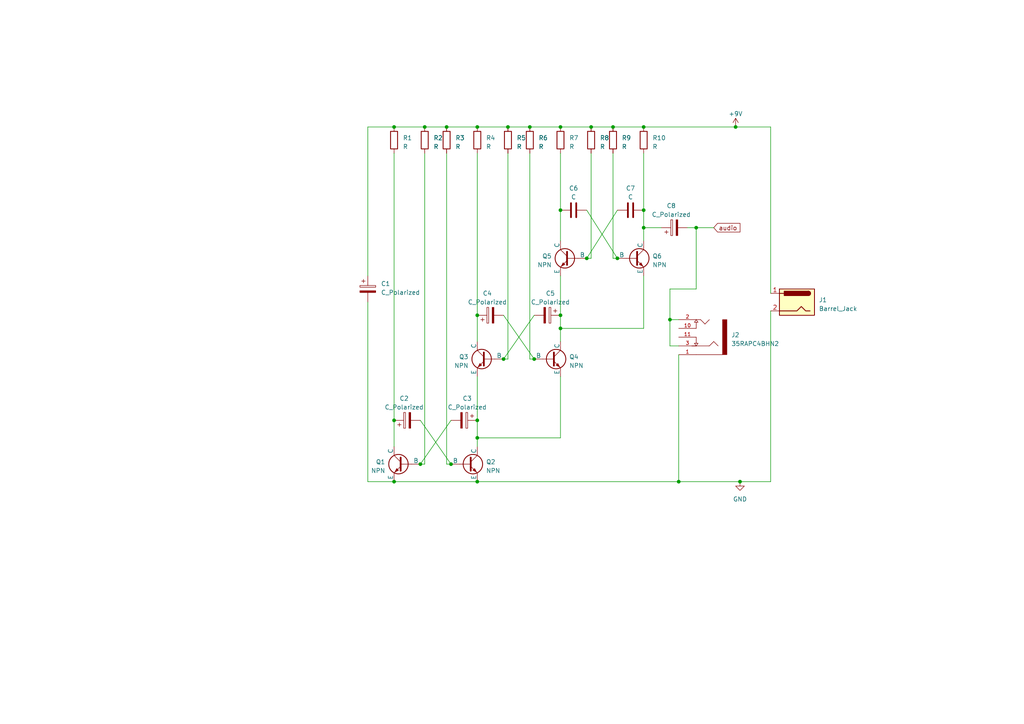
<source format=kicad_sch>
(kicad_sch (version 20230121) (generator eeschema)
  (paper "A4")
  (lib_symbols
    (symbol "35RAPC4BHN2:35RAPC4BHN2" (pin_names (offset 1.016))
      (property "Reference" "J" (at -5.0998 5.6097 0))
      (property "Value" "35RAPC4BHN2" (at -5.0995 -7.6493 0))
      (symbol "35RAPC4BHN2_0_0"
        (rectangle (start -6.3848 -5.1078) (end -5.08 5.08) (stroke (width 0.1)) (fill (type outline)))
        (polyline (pts (xy -2.54 1.27) (xy -3.81 2.54)) (stroke (width 0.1524)))
        (polyline (pts (xy -1.27 -5.08) (xy 0 -3.81)) (stroke (width 0.1524)))
        (polyline (pts (xy -1.27 2.54) (xy -2.54 1.27)) (stroke (width 0.1524)))
        (polyline (pts (xy 0 -3.81) (xy 1.27 -5.08)) (stroke (width 0.1524)))
        (polyline (pts (xy 1.27 -5.08) (xy 2.54 -5.08)) (stroke (width 0.1524)))
        (polyline (pts (xy 2.032 -4.318) (xy 2.54 -5.08)) (stroke (width 0.1524)))
        (polyline (pts (xy 2.032 1.778) (xy 2.54 1.778)) (stroke (width 0.1524)))
        (polyline (pts (xy 2.54 -5.08) (xy 3.048 -4.318)) (stroke (width 0.1524)))
        (polyline (pts (xy 2.54 -4.318) (xy 2.032 -4.318)) (stroke (width 0.1524)))
        (polyline (pts (xy 2.54 -4.318) (xy 2.54 -2.54)) (stroke (width 0.1524)))
        (polyline (pts (xy 2.54 1.778) (xy 2.54 0)) (stroke (width 0.1524)))
        (polyline (pts (xy 2.54 1.778) (xy 3.048 1.778)) (stroke (width 0.1524)))
        (polyline (pts (xy 2.54 2.54) (xy -1.27 2.54)) (stroke (width 0.1524)))
        (polyline (pts (xy 2.54 2.54) (xy 2.032 1.778)) (stroke (width 0.1524)))
        (polyline (pts (xy 2.54 5.08) (xy -5.08 5.08)) (stroke (width 0.1524)))
        (polyline (pts (xy 3.048 -4.318) (xy 2.54 -4.318)) (stroke (width 0.1524)))
        (polyline (pts (xy 3.048 1.778) (xy 2.54 2.54)) (stroke (width 0.1524)))
        (polyline (pts (xy 3.81 2.54) (xy 2.54 2.54)) (stroke (width 0.1524)))
        (pin passive line (at 7.62 5.08 180) (length 5.08) (name "~") (number "1"))
        (pin passive line (at 7.62 -2.54 180) (length 5.08) (name "~") (number "10"))
        (pin passive line (at 7.62 0 180) (length 5.08) (name "~") (number "11"))
        (pin passive line (at 7.62 -5.08 180) (length 5.08) (name "~") (number "2"))
        (pin passive line (at 7.62 2.54 180) (length 5.08) (name "~") (number "3"))
      )
    )
    (symbol "Connector:Barrel_Jack" (pin_names (offset 1.016))
      (property "Reference" "J" (at 0 5.334 0))
      (property "Value" "Barrel_Jack" (at 0 -5.08 0))
      (symbol "Barrel_Jack_0_1"
        (rectangle (start -5.08 3.81) (end 5.08 -3.81) (stroke (width 0.254)) (fill (type background)))
        (arc (start -3.302 3.175) (mid -3.9343 2.54) (end -3.302 1.905) (stroke (width 0.254)))
        (arc (start -3.302 3.175) (mid -3.9343 2.54) (end -3.302 1.905) (stroke (width 0.254)) (fill (type outline)))
        (polyline (pts (xy 5.08 2.54) (xy 3.81 2.54)) (stroke (width 0.254)))
        (polyline (pts (xy -3.81 -2.54) (xy -2.54 -2.54) (xy -1.27 -1.27) (xy 0 -2.54) (xy 2.54 -2.54) (xy 5.08 -2.54)) (stroke (width 0.254)))
        (rectangle (start 3.683 3.175) (end -3.302 1.905) (stroke (width 0.254)) (fill (type outline)))
      )
      (symbol "Barrel_Jack_1_1"
        (pin passive line (at 7.62 2.54 180) (length 2.54) (name "~") (number "1"))
        (pin passive line (at 7.62 -2.54 180) (length 2.54) (name "~") (number "2"))
      )
    )
    (symbol "Device:C" (pin_numbers hide) (pin_names (offset 0.254))
      (property "Reference" "C" (at 0.635 2.54 0))
      (property "Value" "C" (at 0.635 -2.54 0))
      (symbol "C_0_1"
        (polyline (pts (xy -2.032 -0.762) (xy 2.032 -0.762)) (stroke (width 0.508)))
        (polyline (pts (xy -2.032 0.762) (xy 2.032 0.762)) (stroke (width 0.508)))
      )
      (symbol "C_1_1"
        (pin passive line (at 0 3.81 270) (length 2.794) (name "~") (number "1"))
        (pin passive line (at 0 -3.81 90) (length 2.794) (name "~") (number "2"))
      )
    )
    (symbol "Device:C_Polarized" (pin_numbers hide) (pin_names (offset 0.254))
      (property "Reference" "C" (at 0.635 2.54 0))
      (property "Value" "C_Polarized" (at 0.635 -2.54 0))
      (symbol "C_Polarized_0_1"
        (rectangle (start -2.286 0.508) (end 2.286 1.016))
        (polyline (pts (xy -1.778 2.286) (xy -0.762 2.286)))
        (polyline (pts (xy -1.27 2.794) (xy -1.27 1.778)))
        (rectangle (start 2.286 -0.508) (end -2.286 -1.016) (fill (type outline)))
      )
      (symbol "C_Polarized_1_1"
        (pin passive line (at 0 3.81 270) (length 2.794) (name "~") (number "1"))
        (pin passive line (at 0 -3.81 90) (length 2.794) (name "~") (number "2"))
      )
    )
    (symbol "Device:R" (pin_numbers hide) (pin_names (offset 0))
      (property "Reference" "R" (at 2.032 0 90))
      (property "Value" "R" (at 0 0 90))
      (symbol "R_0_1"
        (rectangle (start -1.016 -2.54) (end 1.016 2.54) (stroke (width 0.254)))
      )
      (symbol "R_1_1"
        (pin passive line (at 0 3.81 270) (length 1.27) (name "~") (number "1"))
        (pin passive line (at 0 -3.81 90) (length 1.27) (name "~") (number "2"))
      )
    )
    (symbol "Simulation_SPICE:NPN" (pin_numbers hide) (pin_names (offset 0))
      (property "Reference" "Q" (at -2.54 7.62 0))
      (property "Value" "NPN" (at -2.54 5.08 0))
      (symbol "NPN_0_1"
        (polyline (pts (xy -2.54 0) (xy 0.635 0)) (stroke (width 0.1524)))
        (polyline (pts (xy 0.635 0.635) (xy 2.54 2.54)))
        (polyline (pts (xy 2.794 -1.27) (xy 2.794 -1.27)) (stroke (width 0.1524)))
        (polyline (pts (xy 2.794 -1.27) (xy 2.794 -1.27)) (stroke (width 0.1524)))
        (polyline (pts (xy 0.635 -0.635) (xy 2.54 -2.54) (xy 2.54 -2.54)))
        (polyline (pts (xy 0.635 1.905) (xy 0.635 -1.905) (xy 0.635 -1.905)) (stroke (width 0.508)))
        (polyline (pts (xy 1.27 -1.778) (xy 1.778 -1.27) (xy 2.286 -2.286) (xy 1.27 -1.778) (xy 1.27 -1.778)) (fill (type outline)))
        (circle (center 1.27 0) (radius 2.8194) (stroke (width 0.254)))
      )
      (symbol "NPN_1_1"
        (pin open_collector line (at 2.54 5.08 270) (length 2.54) (name "C") (number "1"))
        (pin input line (at -5.08 0 0) (length 2.54) (name "B") (number "2"))
        (pin open_emitter line (at 2.54 -5.08 90) (length 2.54) (name "E") (number "3"))
      )
    )
    (symbol "power:+9V" (power) (pin_names (offset 0))
      (property "Value" "+9V" (at 0 3.556 0))
      (symbol "+9V_0_1"
        (polyline (pts (xy -0.762 1.27) (xy 0 2.54)))
        (polyline (pts (xy 0 0) (xy 0 2.54)))
        (polyline (pts (xy 0 2.54) (xy 0.762 1.27)))
      )
      (symbol "+9V_1_1"
        (pin power_in line (at 0 0 90) (length 0) hide (name "+9V") (number "1"))
      )
    )
    (symbol "power:GND" (power) (pin_names (offset 0))
      (property "Value" "GND" (at 0 -3.81 0))
      (symbol "GND_0_1"
        (polyline (pts (xy 0 0) (xy 0 -1.27) (xy 1.27 -1.27) (xy 0 -2.54) (xy -1.27 -1.27) (xy 0 -1.27)))
      )
      (symbol "GND_1_1"
        (pin power_in line (at 0 0 270) (length 0) hide (name "GND") (number "1"))
      )
    )
  )
  (junction (at 213.36 36.83))
  (junction (at 114.3 36.83))
  (junction (at 154.94 104.14))
  (junction (at 162.56 36.83))
  (junction (at 138.43 36.83))
  (junction (at 138.43 139.7))
  (junction (at 186.69 36.83))
  (junction (at 138.43 127))
  (junction (at 121.92 134.62))
  (junction (at 129.54 36.83))
  (junction (at 130.81 134.62))
  (junction (at 114.3 139.7))
  (junction (at 162.56 91.44))
  (junction (at 162.56 60.96))
  (junction (at 171.45 36.83))
  (junction (at 201.93 66.04))
  (junction (at 214.63 139.7))
  (junction (at 138.43 91.44))
  (junction (at 147.32 36.83))
  (junction (at 179.07 74.93))
  (junction (at 138.43 121.92))
  (junction (at 146.05 104.14))
  (junction (at 186.69 66.04))
  (junction (at 153.67 36.83))
  (junction (at 114.3 121.92))
  (junction (at 186.69 60.96))
  (junction (at 162.56 95.25))
  (junction (at 170.18 74.93))
  (junction (at 194.31 92.71))
  (junction (at 177.8 36.83))
  (junction (at 123.19 36.83))
  (junction (at 196.85 139.7))
  (wire (pts (xy 138.43 91.44) (xy 138.43 99.06)))
  (wire (pts (xy 146.05 104.14) (xy 147.32 104.14)))
  (wire (pts (xy 138.43 139.7) (xy 196.85 139.7)))
  (wire (pts (xy 194.31 92.71) (xy 194.31 83.82)))
  (wire (pts (xy 138.43 44.45) (xy 138.43 91.44)))
  (wire (pts (xy 129.54 44.45) (xy 129.54 134.62)))
  (wire (pts (xy 194.31 100.33) (xy 194.31 92.71)))
  (wire (pts (xy 162.56 99.06) (xy 162.56 95.25)))
  (wire (pts (xy 186.69 66.04) (xy 186.69 69.85)))
  (wire (pts (xy 114.3 139.7) (xy 106.68 139.7)))
  (wire (pts (xy 153.67 44.45) (xy 153.67 104.14)))
  (wire (pts (xy 138.43 109.22) (xy 138.43 121.92)))
  (wire (pts (xy 154.94 104.14) (xy 153.67 104.14)))
  (wire (pts (xy 138.43 127) (xy 162.56 127)))
  (wire (pts (xy 147.32 36.83) (xy 153.67 36.83)))
  (wire (pts (xy 170.18 74.93) (xy 179.07 60.96)))
  (wire (pts (xy 130.81 134.62) (xy 129.54 134.62)))
  (wire (pts (xy 223.52 36.83) (xy 213.36 36.83)))
  (wire (pts (xy 146.05 91.44) (xy 154.94 104.14)))
  (wire (pts (xy 114.3 36.83) (xy 123.19 36.83)))
  (wire (pts (xy 223.52 90.17) (xy 223.52 139.7)))
  (wire (pts (xy 170.18 74.93) (xy 171.45 74.93)))
  (wire (pts (xy 106.68 139.7) (xy 106.68 87.63)))
  (wire (pts (xy 162.56 80.01) (xy 162.56 91.44)))
  (wire (pts (xy 106.68 36.83) (xy 114.3 36.83)))
  (wire (pts (xy 130.81 134.62) (xy 121.92 121.92)))
  (wire (pts (xy 153.67 36.83) (xy 162.56 36.83)))
  (wire (pts (xy 114.3 121.92) (xy 114.3 129.54)))
  (wire (pts (xy 162.56 44.45) (xy 162.56 60.96)))
  (wire (pts (xy 196.85 92.71) (xy 194.31 92.71)))
  (wire (pts (xy 114.3 44.45) (xy 114.3 121.92)))
  (wire (pts (xy 162.56 91.44) (xy 162.56 95.25)))
  (wire (pts (xy 138.43 127) (xy 138.43 129.54)))
  (wire (pts (xy 186.69 95.25) (xy 186.69 80.01)))
  (wire (pts (xy 162.56 127) (xy 162.56 109.22)))
  (wire (pts (xy 171.45 44.45) (xy 171.45 74.93)))
  (wire (pts (xy 179.07 74.93) (xy 170.18 60.96)))
  (wire (pts (xy 186.69 66.04) (xy 191.77 66.04)))
  (wire (pts (xy 162.56 95.25) (xy 186.69 95.25)))
  (wire (pts (xy 123.19 134.62) (xy 123.19 44.45)))
  (wire (pts (xy 123.19 134.62) (xy 121.92 134.62)))
  (wire (pts (xy 186.69 36.83) (xy 213.36 36.83)))
  (wire (pts (xy 106.68 80.01) (xy 106.68 36.83)))
  (wire (pts (xy 138.43 36.83) (xy 147.32 36.83)))
  (wire (pts (xy 147.32 44.45) (xy 147.32 104.14)))
  (wire (pts (xy 199.39 66.04) (xy 201.93 66.04)))
  (wire (pts (xy 186.69 60.96) (xy 186.69 44.45)))
  (wire (pts (xy 121.92 134.62) (xy 130.81 121.92)))
  (wire (pts (xy 177.8 44.45) (xy 177.8 74.93)))
  (wire (pts (xy 114.3 139.7) (xy 138.43 139.7)))
  (wire (pts (xy 138.43 121.92) (xy 138.43 127)))
  (wire (pts (xy 179.07 74.93) (xy 177.8 74.93)))
  (wire (pts (xy 162.56 36.83) (xy 171.45 36.83)))
  (wire (pts (xy 196.85 102.87) (xy 196.85 139.7)))
  (wire (pts (xy 123.19 36.83) (xy 129.54 36.83)))
  (wire (pts (xy 177.8 36.83) (xy 186.69 36.83)))
  (wire (pts (xy 223.52 85.09) (xy 223.52 36.83)))
  (wire (pts (xy 201.93 66.04) (xy 201.93 83.82)))
  (wire (pts (xy 154.94 91.44) (xy 146.05 104.14)))
  (wire (pts (xy 196.85 100.33) (xy 194.31 100.33)))
  (wire (pts (xy 194.31 83.82) (xy 201.93 83.82)))
  (wire (pts (xy 196.85 139.7) (xy 214.63 139.7)))
  (wire (pts (xy 162.56 69.85) (xy 162.56 60.96)))
  (wire (pts (xy 214.63 139.7) (xy 223.52 139.7)))
  (wire (pts (xy 171.45 36.83) (xy 177.8 36.83)))
  (wire (pts (xy 129.54 36.83) (xy 138.43 36.83)))
  (wire (pts (xy 201.93 66.04) (xy 207.01 66.04)))
  (wire (pts (xy 186.69 60.96) (xy 186.69 66.04)))
  (global_label "audio" (shape input) (at 207.01 66.04 0) (property "Intersheetrefs" "${INTERSHEET_REFS}" (effects hide)))
  (symbol (lib_id "Simulation_SPICE:NPN") (at 116.84 134.62 0) (mirror y) (unit 1)
    (property "Reference" "Q1" (at 111.76 133.985 0) (effects (justify left)))
    (property "Value" "NPN" (at 111.76 136.525 0) (effects (justify left)))
    (property "Footprint" "Package_TO_SOT_THT:TO-92L_HandSolder" (effects hide))
    (property "Sim.Device" "NPN" (effects hide))
    (property "Sim.Type" "GUMMELPOON" (effects hide))
    (property "Sim.Pins" "1=C 2=B 3=E" (effects hide))
  )
  (symbol (lib_id "Device:C_Polarized") (at 106.68 83.82 0) (unit 1)
    (property "Reference" "C1" (at 110.49 82.296 0) (effects (justify left)))
    (property "Value" "C_Polarized" (at 110.49 84.836 0) (effects (justify left)))
    (property "Footprint" "Capacitor_THT:CP_Radial_D4.0mm_P1.50mm" (effects hide))
  )
  (symbol (lib_id "Device:C_Polarized") (at 158.75 91.44 270) (unit 1)
    (property "Reference" "C5" (at 159.639 85.09 90))
    (property "Value" "C_Polarized" (at 159.639 87.63 90))
    (property "Footprint" "Capacitor_THT:CP_Radial_D4.0mm_P1.50mm" (effects hide))
  )
  (symbol (lib_id "Simulation_SPICE:NPN") (at 184.15 74.93 0) (unit 1)
    (property "Reference" "Q6" (at 189.23 74.295 0) (effects (justify left)))
    (property "Value" "NPN" (at 189.23 76.835 0) (effects (justify left)))
    (property "Footprint" "Package_TO_SOT_THT:TO-92L_HandSolder" (effects hide))
    (property "Sim.Device" "NPN" (effects hide))
    (property "Sim.Type" "GUMMELPOON" (effects hide))
    (property "Sim.Pins" "1=C 2=B 3=E" (effects hide))
  )
  (symbol (lib_id "Device:R") (at 114.3 40.64 180) (unit 1)
    (property "Reference" "R1" (at 116.84 40.005 0) (effects (justify right)))
    (property "Value" "R" (at 116.84 42.545 0) (effects (justify right)))
    (property "Footprint" "Resistor_THT:R_Axial_DIN0207_L6.3mm_D2.5mm_P10.16mm_Horizontal" (effects hide))
  )
  (symbol (lib_id "Simulation_SPICE:NPN") (at 140.97 104.14 0) (mirror y) (unit 1)
    (property "Reference" "Q3" (at 135.89 103.505 0) (effects (justify left)))
    (property "Value" "NPN" (at 135.89 106.045 0) (effects (justify left)))
    (property "Footprint" "Package_TO_SOT_THT:TO-92L_HandSolder" (effects hide))
    (property "Sim.Device" "NPN" (effects hide))
    (property "Sim.Type" "GUMMELPOON" (effects hide))
    (property "Sim.Pins" "1=C 2=B 3=E" (effects hide))
  )
  (symbol (lib_id "Simulation_SPICE:NPN") (at 135.89 134.62 0) (unit 1)
    (property "Reference" "Q2" (at 140.97 133.985 0) (effects (justify left)))
    (property "Value" "NPN" (at 140.97 136.525 0) (effects (justify left)))
    (property "Footprint" "Package_TO_SOT_THT:TO-92L_HandSolder" (effects hide))
    (property "Sim.Device" "NPN" (effects hide))
    (property "Sim.Type" "GUMMELPOON" (effects hide))
    (property "Sim.Pins" "1=C 2=B 3=E" (effects hide))
  )
  (symbol (lib_id "Device:R") (at 153.67 40.64 180) (unit 1)
    (property "Reference" "R6" (at 156.21 40.005 0) (effects (justify right)))
    (property "Value" "R" (at 156.21 42.545 0) (effects (justify right)))
    (property "Footprint" "Resistor_THT:R_Axial_DIN0207_L6.3mm_D2.5mm_P10.16mm_Horizontal" (effects hide))
  )
  (symbol (lib_id "Device:C_Polarized") (at 118.11 121.92 90) (unit 1)
    (property "Reference" "C2" (at 117.221 115.57 90))
    (property "Value" "C_Polarized" (at 117.221 118.11 90))
    (property "Footprint" "Capacitor_THT:CP_Radial_D4.0mm_P1.50mm" (effects hide))
  )
  (symbol (lib_id "Device:R") (at 123.19 40.64 180) (unit 1)
    (property "Reference" "R2" (at 125.73 40.005 0) (effects (justify right)))
    (property "Value" "R" (at 125.73 42.545 0) (effects (justify right)))
    (property "Footprint" "Resistor_THT:R_Axial_DIN0207_L6.3mm_D2.5mm_P10.16mm_Horizontal" (effects hide))
  )
  (symbol (lib_id "Device:C") (at 182.88 60.96 90) (unit 1)
    (property "Reference" "C7" (at 182.88 54.61 90))
    (property "Value" "C" (at 182.88 57.15 90))
    (property "Footprint" "Capacitor_THT:C_Disc_D3.0mm_W1.6mm_P2.50mm" (effects hide))
  )
  (symbol (lib_id "Device:R") (at 171.45 40.64 180) (unit 1)
    (property "Reference" "R8" (at 173.99 40.005 0) (effects (justify right)))
    (property "Value" "R" (at 173.99 42.545 0) (effects (justify right)))
    (property "Footprint" "Resistor_THT:R_Axial_DIN0207_L6.3mm_D2.5mm_P10.16mm_Horizontal" (effects hide))
  )
  (symbol (lib_id "Device:R") (at 138.43 40.64 180) (unit 1)
    (property "Reference" "R4" (at 140.97 40.005 0) (effects (justify right)))
    (property "Value" "R" (at 140.97 42.545 0) (effects (justify right)))
    (property "Footprint" "Resistor_THT:R_Axial_DIN0207_L6.3mm_D2.5mm_P10.16mm_Horizontal" (effects hide))
  )
  (symbol (lib_id "Device:C_Polarized") (at 142.24 91.44 90) (unit 1)
    (property "Reference" "C4" (at 141.351 85.09 90))
    (property "Value" "C_Polarized" (at 141.351 87.63 90))
    (property "Footprint" "Capacitor_THT:CP_Radial_D4.0mm_P1.50mm" (effects hide))
  )
  (symbol (lib_id "Device:R") (at 177.8 40.64 180) (unit 1)
    (property "Reference" "R9" (at 180.34 40.005 0) (effects (justify right)))
    (property "Value" "R" (at 180.34 42.545 0) (effects (justify right)))
    (property "Footprint" "Resistor_THT:R_Axial_DIN0207_L6.3mm_D2.5mm_P10.16mm_Horizontal" (effects hide))
  )
  (symbol (lib_id "Connector:Barrel_Jack") (at 231.14 87.63 0) (mirror y) (unit 1)
    (property "Reference" "J1" (at 237.49 86.995 0) (effects (justify right)))
    (property "Value" "Barrel_Jack" (at 237.49 89.535 0) (effects (justify right)))
    (property "Footprint" "Connector_BarrelJack:BarrelJack_Horizontal" (effects hide))
  )
  (symbol (lib_id "power:GND") (at 214.63 139.7 0) (unit 1)
    (property "Reference" "#PWR02" (effects hide))
    (property "Value" "GND" (at 214.63 144.78 0))
  )
  (symbol (lib_id "Device:C_Polarized") (at 195.58 66.04 90) (unit 1)
    (property "Reference" "C8" (at 194.691 59.69 90))
    (property "Value" "C_Polarized" (at 194.691 62.23 90))
    (property "Footprint" "Capacitor_THT:CP_Radial_D4.0mm_P1.50mm" (effects hide))
  )
  (symbol (lib_id "Device:R") (at 162.56 40.64 180) (unit 1)
    (property "Reference" "R7" (at 165.1 40.005 0) (effects (justify right)))
    (property "Value" "R" (at 165.1 42.545 0) (effects (justify right)))
    (property "Footprint" "Resistor_THT:R_Axial_DIN0207_L6.3mm_D2.5mm_P10.16mm_Horizontal" (effects hide))
  )
  (symbol (lib_id "Device:R") (at 186.69 40.64 180) (unit 1)
    (property "Reference" "R10" (at 189.23 40.005 0) (effects (justify right)))
    (property "Value" "R" (at 189.23 42.545 0) (effects (justify right)))
    (property "Footprint" "Resistor_THT:R_Axial_DIN0207_L6.3mm_D2.5mm_P10.16mm_Horizontal" (effects hide))
  )
  (symbol (lib_id "Simulation_SPICE:NPN") (at 165.1 74.93 0) (mirror y) (unit 1)
    (property "Reference" "Q5" (at 160.02 74.295 0) (effects (justify left)))
    (property "Value" "NPN" (at 160.02 76.835 0) (effects (justify left)))
    (property "Footprint" "Package_TO_SOT_THT:TO-92L_HandSolder" (effects hide))
    (property "Sim.Device" "NPN" (effects hide))
    (property "Sim.Type" "GUMMELPOON" (effects hide))
    (property "Sim.Pins" "1=C 2=B 3=E" (effects hide))
  )
  (symbol (lib_id "power:+9V") (at 213.36 36.83 0) (unit 1)
    (property "Reference" "#PWR01" (effects hide))
    (property "Value" "+9V" (at 213.36 33.02 0))
  )
  (symbol (lib_id "Device:R") (at 129.54 40.64 180) (unit 1)
    (property "Reference" "R3" (at 132.08 40.005 0) (effects (justify right)))
    (property "Value" "R" (at 132.08 42.545 0) (effects (justify right)))
    (property "Footprint" "Resistor_THT:R_Axial_DIN0207_L6.3mm_D2.5mm_P10.16mm_Horizontal" (effects hide))
  )
  (symbol (lib_id "Device:C") (at 166.37 60.96 90) (unit 1)
    (property "Reference" "C6" (at 166.37 54.61 90))
    (property "Value" "C" (at 166.37 57.15 90))
    (property "Footprint" "Capacitor_THT:C_Disc_D3.0mm_W1.6mm_P2.50mm" (effects hide))
  )
  (symbol (lib_id "Device:C_Polarized") (at 134.62 121.92 270) (unit 1)
    (property "Reference" "C3" (at 135.509 115.57 90))
    (property "Value" "C_Polarized" (at 135.509 118.11 90))
    (property "Footprint" "Capacitor_THT:CP_Radial_D4.0mm_P1.50mm" (effects hide))
  )
  (symbol (lib_id "Simulation_SPICE:NPN") (at 160.02 104.14 0) (unit 1)
    (property "Reference" "Q4" (at 165.1 103.505 0) (effects (justify left)))
    (property "Value" "NPN" (at 165.1 106.045 0) (effects (justify left)))
    (property "Footprint" "Package_TO_SOT_THT:TO-92L_HandSolder" (effects hide))
    (property "Sim.Device" "NPN" (effects hide))
    (property "Sim.Type" "GUMMELPOON" (effects hide))
    (property "Sim.Pins" "1=C 2=B 3=E" (effects hide))
  )
  (symbol (lib_id "35RAPC4BHN2:35RAPC4BHN2") (at 204.47 97.79 180) (unit 1)
    (property "Reference" "J2" (at 212.09 97.1542 0) (effects (justify right)))
    (property "Value" "35RAPC4BHN2" (at 212.09 99.6942 0) (effects (justify right)))
    (property "Footprint" "SWITCHCRAFT_35RAPC4BHN2:SWITCHCRAFT_35RAPC4BHN2" (effects hide))
    (property "DESCRIPTION" "Conn 3.5MM Stereo Jack F 5 POS Solder RA Thru-Hole 5 Terminal 1 Port" (effects hide))
  )
  (symbol (lib_id "Device:R") (at 147.32 40.64 180) (unit 1)
    (property "Reference" "R5" (at 149.86 40.005 0) (effects (justify right)))
    (property "Value" "R" (at 149.86 42.545 0) (effects (justify right)))
    (property "Footprint" "Resistor_THT:R_Axial_DIN0207_L6.3mm_D2.5mm_P10.16mm_Horizontal" (effects hide))
  )
)
</source>
